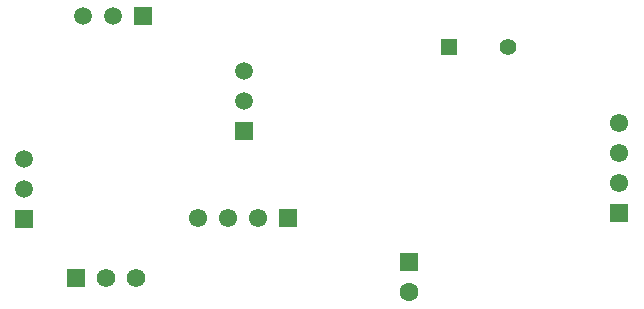
<source format=gbr>
G04*
G04 #@! TF.GenerationSoftware,Altium Limited,Altium Designer,25.8.1 (18)*
G04*
G04 Layer_Color=12632256*
%FSLAX25Y25*%
%MOIN*%
G70*
G04*
G04 #@! TF.SameCoordinates,CA0B9550-AE98-4C71-85A6-844D78770B91*
G04*
G04*
G04 #@! TF.FilePolarity,Positive*
G04*
G01*
G75*
%ADD41R,0.05984X0.05984*%
%ADD42C,0.05984*%
%ADD48R,0.05984X0.05984*%
%ADD49C,0.06181*%
%ADD50R,0.06181X0.06181*%
%ADD54C,0.06102*%
%ADD55R,0.06102X0.06102*%
%ADD56R,0.06102X0.06102*%
%ADD57C,0.05512*%
%ADD58R,0.05512X0.05512*%
%ADD59C,0.06299*%
%ADD60R,0.06299X0.06299*%
D41*
X-88073Y-16726D02*
D03*
X-14976Y12556D02*
D03*
D42*
X-88073Y-6726D02*
D03*
Y3274D02*
D03*
X-58492Y50888D02*
D03*
X-68492D02*
D03*
X-14976Y32556D02*
D03*
Y22556D02*
D03*
D48*
X-48492Y50888D02*
D03*
D49*
X-50858Y-36615D02*
D03*
X-60858D02*
D03*
D50*
X-70858D02*
D03*
D54*
X110273Y-4970D02*
D03*
Y5030D02*
D03*
X110273Y15030D02*
D03*
X-30038Y-16647D02*
D03*
X-10038D02*
D03*
X-20038D02*
D03*
D55*
X110273Y-14970D02*
D03*
D56*
X-38Y-16647D02*
D03*
D57*
X73118Y40397D02*
D03*
D58*
X53433D02*
D03*
D59*
X40225Y-41240D02*
D03*
D60*
Y-31240D02*
D03*
M02*

</source>
